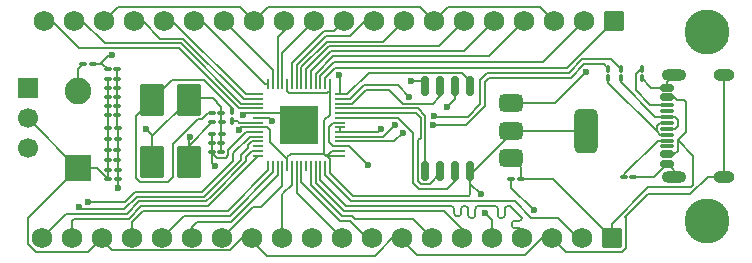
<source format=gbr>
%TF.GenerationSoftware,KiCad,Pcbnew,9.0.6*%
%TF.CreationDate,2025-11-29T13:07:23-06:00*%
%TF.ProjectId,Tony's devboard,546f6e79-2773-4206-9465-76626f617264,rev?*%
%TF.SameCoordinates,Original*%
%TF.FileFunction,Copper,L1,Top*%
%TF.FilePolarity,Positive*%
%FSLAX46Y46*%
G04 Gerber Fmt 4.6, Leading zero omitted, Abs format (unit mm)*
G04 Created by KiCad (PCBNEW 9.0.6) date 2025-11-29 13:07:23*
%MOMM*%
%LPD*%
G01*
G04 APERTURE LIST*
G04 Aperture macros list*
%AMRoundRect*
0 Rectangle with rounded corners*
0 $1 Rounding radius*
0 $2 $3 $4 $5 $6 $7 $8 $9 X,Y pos of 4 corners*
0 Add a 4 corners polygon primitive as box body*
4,1,4,$2,$3,$4,$5,$6,$7,$8,$9,$2,$3,0*
0 Add four circle primitives for the rounded corners*
1,1,$1+$1,$2,$3*
1,1,$1+$1,$4,$5*
1,1,$1+$1,$6,$7*
1,1,$1+$1,$8,$9*
0 Add four rect primitives between the rounded corners*
20,1,$1+$1,$2,$3,$4,$5,0*
20,1,$1+$1,$4,$5,$6,$7,0*
20,1,$1+$1,$6,$7,$8,$9,0*
20,1,$1+$1,$8,$9,$2,$3,0*%
G04 Aperture macros list end*
%TA.AperFunction,SMDPad,CuDef*%
%ADD10RoundRect,0.100000X-0.217500X-0.100000X0.217500X-0.100000X0.217500X0.100000X-0.217500X0.100000X0*%
%TD*%
%TA.AperFunction,SMDPad,CuDef*%
%ADD11RoundRect,0.100000X0.217500X0.100000X-0.217500X0.100000X-0.217500X-0.100000X0.217500X-0.100000X0*%
%TD*%
%TA.AperFunction,ComponentPad*%
%ADD12RoundRect,0.250000X0.620000X0.620000X-0.620000X0.620000X-0.620000X-0.620000X0.620000X-0.620000X0*%
%TD*%
%TA.AperFunction,ComponentPad*%
%ADD13C,1.740000*%
%TD*%
%TA.AperFunction,SMDPad,CuDef*%
%ADD14RoundRect,0.375000X-0.625000X-0.375000X0.625000X-0.375000X0.625000X0.375000X-0.625000X0.375000X0*%
%TD*%
%TA.AperFunction,SMDPad,CuDef*%
%ADD15RoundRect,0.500000X-0.500000X-1.400000X0.500000X-1.400000X0.500000X1.400000X-0.500000X1.400000X0*%
%TD*%
%TA.AperFunction,SMDPad,CuDef*%
%ADD16RoundRect,0.100000X0.100000X-0.217500X0.100000X0.217500X-0.100000X0.217500X-0.100000X-0.217500X0*%
%TD*%
%TA.AperFunction,SMDPad,CuDef*%
%ADD17RoundRect,0.150000X0.425000X-0.150000X0.425000X0.150000X-0.425000X0.150000X-0.425000X-0.150000X0*%
%TD*%
%TA.AperFunction,SMDPad,CuDef*%
%ADD18RoundRect,0.075000X0.500000X-0.075000X0.500000X0.075000X-0.500000X0.075000X-0.500000X-0.075000X0*%
%TD*%
%TA.AperFunction,HeatsinkPad*%
%ADD19O,2.100000X1.000000*%
%TD*%
%TA.AperFunction,HeatsinkPad*%
%ADD20O,1.800000X1.000000*%
%TD*%
%TA.AperFunction,ComponentPad*%
%ADD21R,1.700000X1.700000*%
%TD*%
%TA.AperFunction,ComponentPad*%
%ADD22C,1.700000*%
%TD*%
%TA.AperFunction,ComponentPad*%
%ADD23C,2.600000*%
%TD*%
%TA.AperFunction,ConnectorPad*%
%ADD24C,3.800000*%
%TD*%
%TA.AperFunction,ComponentPad*%
%ADD25R,2.250000X2.250000*%
%TD*%
%TA.AperFunction,ComponentPad*%
%ADD26C,2.250000*%
%TD*%
%TA.AperFunction,SMDPad,CuDef*%
%ADD27RoundRect,0.050000X-0.050000X0.387500X-0.050000X-0.387500X0.050000X-0.387500X0.050000X0.387500X0*%
%TD*%
%TA.AperFunction,SMDPad,CuDef*%
%ADD28RoundRect,0.050000X-0.387500X0.050000X-0.387500X-0.050000X0.387500X-0.050000X0.387500X0.050000X0*%
%TD*%
%TA.AperFunction,HeatsinkPad*%
%ADD29R,3.200000X3.200000*%
%TD*%
%TA.AperFunction,SMDPad,CuDef*%
%ADD30RoundRect,0.100000X-0.100000X0.217500X-0.100000X-0.217500X0.100000X-0.217500X0.100000X0.217500X0*%
%TD*%
%TA.AperFunction,SMDPad,CuDef*%
%ADD31RoundRect,0.250001X-0.799999X1.099999X-0.799999X-1.099999X0.799999X-1.099999X0.799999X1.099999X0*%
%TD*%
%TA.AperFunction,SMDPad,CuDef*%
%ADD32RoundRect,0.162500X-0.162500X0.650000X-0.162500X-0.650000X0.162500X-0.650000X0.162500X0.650000X0*%
%TD*%
%TA.AperFunction,ViaPad*%
%ADD33C,0.600000*%
%TD*%
%TA.AperFunction,Conductor*%
%ADD34C,0.200000*%
%TD*%
G04 APERTURE END LIST*
D10*
%TO.P,C10,1*%
%TO.N,+1V1*%
X107585000Y-44530000D03*
%TO.P,C10,2*%
%TO.N,GND*%
X108400000Y-44530000D03*
%TD*%
D11*
%TO.P,C9,1*%
%TO.N,+3V3*%
X99562500Y-39880000D03*
%TO.P,C9,2*%
%TO.N,GND*%
X98747500Y-39880000D03*
%TD*%
D12*
%TO.P,J4,1,Pin_1*%
%TO.N,VBUS*%
X141430000Y-53390000D03*
D13*
%TO.P,J4,2,Pin_2*%
%TO.N,GPIO26_ADC3*%
X138890000Y-53390000D03*
%TO.P,J4,3,Pin_3*%
%TO.N,GND*%
X136350000Y-53390000D03*
%TO.P,J4,4,Pin_4*%
%TO.N,GPIO26_ADC2*%
X133810000Y-53390000D03*
%TO.P,J4,5,Pin_5*%
%TO.N,+3V3*%
X131270000Y-53390000D03*
%TO.P,J4,6,Pin_6*%
%TO.N,GPIO26_ADC1*%
X128730000Y-53390000D03*
%TO.P,J4,7,Pin_7*%
%TO.N,GPIO26_ADC0*%
X126190000Y-53390000D03*
%TO.P,J4,8,Pin_8*%
%TO.N,GND*%
X123650000Y-53390000D03*
%TO.P,J4,9,Pin_9*%
%TO.N,GPIO24*%
X121110000Y-53390000D03*
%TO.P,J4,10,Pin_10*%
%TO.N,GPIO23*%
X118570000Y-53390000D03*
%TO.P,J4,11,Pin_11*%
%TO.N,RUN*%
X116030000Y-53390000D03*
%TO.P,J4,12,Pin_12*%
%TO.N,GPIO22*%
X113490000Y-53390000D03*
%TO.P,J4,13,Pin_13*%
%TO.N,GND*%
X110950000Y-53390000D03*
%TO.P,J4,14,Pin_14*%
%TO.N,GPIO21*%
X108410000Y-53390000D03*
%TO.P,J4,15,Pin_15*%
%TO.N,GPIO20*%
X105870000Y-53390000D03*
%TO.P,J4,16,Pin_16*%
%TO.N,GPIO19*%
X103330000Y-53390000D03*
%TO.P,J4,17,Pin_17*%
%TO.N,GPIO18*%
X100790000Y-53390000D03*
%TO.P,J4,18,Pin_18*%
%TO.N,GND*%
X98250000Y-53390000D03*
%TO.P,J4,19,Pin_19*%
%TO.N,GPIO17*%
X95710000Y-53390000D03*
%TO.P,J4,20,Pin_20*%
%TO.N,GPIO16*%
X93170000Y-53390000D03*
%TD*%
D11*
%TO.P,C14,1*%
%TO.N,+3V3*%
X99557500Y-42220000D03*
%TO.P,C14,2*%
%TO.N,GND*%
X98742500Y-42220000D03*
%TD*%
%TO.P,C15,1*%
%TO.N,GND*%
X108370000Y-42780000D03*
%TO.P,C15,2*%
%TO.N,Net-(C15-Pad2)*%
X107555000Y-42780000D03*
%TD*%
D14*
%TO.P,U2,1,GND*%
%TO.N,GND*%
X132930000Y-41980000D03*
%TO.P,U2,2,VO*%
%TO.N,+3V3*%
X132930000Y-44280000D03*
D15*
X139230000Y-44280000D03*
D14*
%TO.P,U2,3,VI*%
%TO.N,VBUS*%
X132930000Y-46580000D03*
%TD*%
D10*
%TO.P,C12,1*%
%TO.N,+1V1*%
X107542500Y-46110000D03*
%TO.P,C12,2*%
%TO.N,GND*%
X108357500Y-46110000D03*
%TD*%
D12*
%TO.P,J3,1,Pin_1*%
%TO.N,GPIO0*%
X141620000Y-35000000D03*
D13*
%TO.P,J3,2,Pin_2*%
%TO.N,GPIO1*%
X139080000Y-35000000D03*
%TO.P,J3,3,Pin_3*%
%TO.N,GND*%
X136540000Y-35000000D03*
%TO.P,J3,4,Pin_4*%
%TO.N,GPIO2*%
X134000000Y-35000000D03*
%TO.P,J3,5,Pin_5*%
%TO.N,GPIO3*%
X131460000Y-35000000D03*
%TO.P,J3,6,Pin_6*%
%TO.N,GPIO4*%
X128920000Y-35000000D03*
%TO.P,J3,7,Pin_7*%
%TO.N,GND*%
X126380000Y-35000000D03*
%TO.P,J3,8,Pin_8*%
%TO.N,GPIO5*%
X123840000Y-35000000D03*
%TO.P,J3,9,Pin_9*%
%TO.N,GPIO6*%
X121300000Y-35000000D03*
%TO.P,J3,10,Pin_10*%
%TO.N,GPIO7*%
X118760000Y-35000000D03*
%TO.P,J3,11,Pin_11*%
%TO.N,GPIO8*%
X116220000Y-35000000D03*
%TO.P,J3,12,Pin_12*%
%TO.N,GPIO9*%
X113680000Y-35000000D03*
%TO.P,J3,13,Pin_13*%
%TO.N,GND*%
X111140000Y-35000000D03*
%TO.P,J3,14,Pin_14*%
%TO.N,GPIO10*%
X108600000Y-35000000D03*
%TO.P,J3,15,Pin_15*%
%TO.N,GPIO11*%
X106060000Y-35000000D03*
%TO.P,J3,16,Pin_16*%
%TO.N,GPIO12*%
X103520000Y-35000000D03*
%TO.P,J3,17,Pin_17*%
%TO.N,GPIO13*%
X100980000Y-35000000D03*
%TO.P,J3,18,Pin_18*%
%TO.N,GND*%
X98440000Y-35000000D03*
%TO.P,J3,19,Pin_19*%
%TO.N,GPIO14*%
X95900000Y-35000000D03*
%TO.P,J3,20,Pin_20*%
%TO.N,GPIO15*%
X93360000Y-35000000D03*
%TD*%
D16*
%TO.P,R3,1*%
%TO.N,USB_D+*%
X142200000Y-39860000D03*
%TO.P,R3,2*%
%TO.N,Net-(U1-USB_DP)*%
X142200000Y-39045000D03*
%TD*%
D11*
%TO.P,C13,1*%
%TO.N,VBUS*%
X133755000Y-48400000D03*
%TO.P,C13,2*%
%TO.N,GND*%
X132940000Y-48400000D03*
%TD*%
%TO.P,C3,1*%
%TO.N,+3V3*%
X99562500Y-45950000D03*
%TO.P,C3,2*%
%TO.N,GND*%
X98747500Y-45950000D03*
%TD*%
D17*
%TO.P,J1,A1,GND*%
%TO.N,GND*%
X146140000Y-47070000D03*
%TO.P,J1,A4,VBUS*%
%TO.N,VBUS*%
X146140000Y-46270000D03*
D18*
%TO.P,J1,A5,CC1*%
%TO.N,Net-(J1-CC1)*%
X146140000Y-45120000D03*
%TO.P,J1,A6,D+*%
%TO.N,USB_D+*%
X146140000Y-44120000D03*
%TO.P,J1,A7,D-*%
%TO.N,USB_D-*%
X146140000Y-43620000D03*
%TO.P,J1,A8*%
%TO.N,N/C*%
X146140000Y-42620000D03*
D17*
%TO.P,J1,A9,VBUS*%
%TO.N,VBUS*%
X146140000Y-41470000D03*
%TO.P,J1,A12,GND*%
%TO.N,GND*%
X146140000Y-40670000D03*
%TO.P,J1,B1,GND*%
X146140000Y-40670000D03*
%TO.P,J1,B4,VBUS*%
%TO.N,VBUS*%
X146140000Y-41470000D03*
D18*
%TO.P,J1,B5,CC2*%
%TO.N,Net-(J1-CC2)*%
X146140000Y-42120000D03*
%TO.P,J1,B6,D+*%
%TO.N,USB_D+*%
X146140000Y-43120000D03*
%TO.P,J1,B7,D-*%
%TO.N,USB_D-*%
X146140000Y-44620000D03*
%TO.P,J1,B8*%
%TO.N,N/C*%
X146140000Y-45620000D03*
D17*
%TO.P,J1,B9,VBUS*%
%TO.N,VBUS*%
X146140000Y-46270000D03*
%TO.P,J1,B12,GND*%
%TO.N,GND*%
X146140000Y-47070000D03*
D19*
%TO.P,J1,S1,SHIELD*%
X146715000Y-48190000D03*
D20*
X150895000Y-48190000D03*
D19*
X146715000Y-39550000D03*
D20*
X150895000Y-39550000D03*
%TD*%
D10*
%TO.P,R7,1*%
%TO.N,QSPI_SS*%
X98755000Y-39100000D03*
%TO.P,R7,2*%
%TO.N,+3V3*%
X99570000Y-39100000D03*
%TD*%
D21*
%TO.P,J2,1,Pin_1*%
%TO.N,SWCLK*%
X92000000Y-40710000D03*
D22*
%TO.P,J2,2,Pin_2*%
%TO.N,GND*%
X92000000Y-43250000D03*
%TO.P,J2,3,Pin_3*%
%TO.N,SWD*%
X92000000Y-45790000D03*
%TD*%
D10*
%TO.P,R6,1*%
%TO.N,Net-(R6-Pad1)*%
X96665000Y-38650000D03*
%TO.P,R6,2*%
%TO.N,QSPI_SS*%
X97480000Y-38650000D03*
%TD*%
D23*
%TO.P,REF\u002A\u002A,1*%
%TO.N,N/C*%
X149500000Y-51920000D03*
D24*
X149500000Y-51920000D03*
%TD*%
D11*
%TO.P,C4,1*%
%TO.N,+3V3*%
X99582500Y-44980000D03*
%TO.P,C4,2*%
%TO.N,GND*%
X98767500Y-44980000D03*
%TD*%
D25*
%TO.P,SW1,1,1*%
%TO.N,GND*%
X96220000Y-47440000D03*
D26*
%TO.P,SW1,2,2*%
%TO.N,Net-(R6-Pad1)*%
X96220000Y-40940000D03*
%TD*%
D11*
%TO.P,C8,1*%
%TO.N,+3V3*%
X99572500Y-40670000D03*
%TO.P,C8,2*%
%TO.N,GND*%
X98757500Y-40670000D03*
%TD*%
%TO.P,C5,1*%
%TO.N,+3V3*%
X99587500Y-44070000D03*
%TO.P,C5,2*%
%TO.N,GND*%
X98772500Y-44070000D03*
%TD*%
D27*
%TO.P,U1,1,IOVDD*%
%TO.N,+3V3*%
X117550000Y-40362500D03*
%TO.P,U1,2,GPIO0*%
%TO.N,GPIO0*%
X117150000Y-40362500D03*
%TO.P,U1,3,GPIO1*%
%TO.N,GPIO1*%
X116750000Y-40362500D03*
%TO.P,U1,4,GPIO2*%
%TO.N,GPIO2*%
X116350000Y-40362500D03*
%TO.P,U1,5,GPIO3*%
%TO.N,GPIO3*%
X115950000Y-40362500D03*
%TO.P,U1,6,GPIO4*%
%TO.N,GPIO4*%
X115550000Y-40362500D03*
%TO.P,U1,7,GPIO5*%
%TO.N,GPIO5*%
X115150000Y-40362500D03*
%TO.P,U1,8,GPIO6*%
%TO.N,GPIO6*%
X114750000Y-40362500D03*
%TO.P,U1,9,GPIO7*%
%TO.N,GPIO7*%
X114350000Y-40362500D03*
%TO.P,U1,10,IOVDD*%
%TO.N,+3V3*%
X113950000Y-40362500D03*
%TO.P,U1,11,GPIO8*%
%TO.N,GPIO8*%
X113550000Y-40362500D03*
%TO.P,U1,12,GPIO9*%
%TO.N,GPIO9*%
X113150000Y-40362500D03*
%TO.P,U1,13,GPIO10*%
%TO.N,GPIO10*%
X112750000Y-40362500D03*
%TO.P,U1,14,GPIO11*%
%TO.N,GPIO11*%
X112350000Y-40362500D03*
D28*
%TO.P,U1,15,GPIO12*%
%TO.N,GPIO12*%
X111512500Y-41200000D03*
%TO.P,U1,16,GPIO13*%
%TO.N,GPIO13*%
X111512500Y-41600000D03*
%TO.P,U1,17,GPIO14*%
%TO.N,GPIO14*%
X111512500Y-42000000D03*
%TO.P,U1,18,GPIO15*%
%TO.N,GPIO15*%
X111512500Y-42400000D03*
%TO.P,U1,19,TESTEN*%
%TO.N,GND*%
X111512500Y-42800000D03*
%TO.P,U1,20,XIN*%
%TO.N,XIN*%
X111512500Y-43200000D03*
%TO.P,U1,21,XOUT*%
%TO.N,XOUT*%
X111512500Y-43600000D03*
%TO.P,U1,22,IOVDD*%
%TO.N,+3V3*%
X111512500Y-44000000D03*
%TO.P,U1,23,DVDD*%
%TO.N,+1V1*%
X111512500Y-44400000D03*
%TO.P,U1,24,SWCLK*%
%TO.N,SWCLK*%
X111512500Y-44800000D03*
%TO.P,U1,25,SWD*%
%TO.N,SWD*%
X111512500Y-45200000D03*
%TO.P,U1,26,RUN*%
%TO.N,unconnected-(U1-RUN-Pad26)*%
X111512500Y-45600000D03*
%TO.P,U1,27,GPIO16*%
%TO.N,GPIO16*%
X111512500Y-46000000D03*
%TO.P,U1,28,GPIO17*%
%TO.N,GPIO17*%
X111512500Y-46400000D03*
D27*
%TO.P,U1,29,GPIO18*%
%TO.N,GPIO18*%
X112350000Y-47237500D03*
%TO.P,U1,30,GPIO19*%
%TO.N,GPIO19*%
X112750000Y-47237500D03*
%TO.P,U1,31,GPIO20*%
%TO.N,GPIO20*%
X113150000Y-47237500D03*
%TO.P,U1,32,GPIO21*%
%TO.N,GPIO21*%
X113550000Y-47237500D03*
%TO.P,U1,33,IOVDD*%
%TO.N,+3V3*%
X113950000Y-47237500D03*
%TO.P,U1,34,GPIO22*%
%TO.N,GPIO22*%
X114350000Y-47237500D03*
%TO.P,U1,35,GPIO23*%
%TO.N,GPIO23*%
X114750000Y-47237500D03*
%TO.P,U1,36,GPIO24*%
%TO.N,GPIO24*%
X115150000Y-47237500D03*
%TO.P,U1,37,GPIO25*%
%TO.N,unconnected-(U1-GPIO25-Pad37)*%
X115550000Y-47237500D03*
%TO.P,U1,38,GPIO26_ADC0*%
%TO.N,GPIO26_ADC0*%
X115950000Y-47237500D03*
%TO.P,U1,39,GPIO27_ADC1*%
%TO.N,GPIO26_ADC1*%
X116350000Y-47237500D03*
%TO.P,U1,40,GPIO28_ADC2*%
%TO.N,GPIO26_ADC2*%
X116750000Y-47237500D03*
%TO.P,U1,41,GPIO29_ADC3*%
%TO.N,GPIO26_ADC3*%
X117150000Y-47237500D03*
%TO.P,U1,42,IOVDD*%
%TO.N,+3V3*%
X117550000Y-47237500D03*
D28*
%TO.P,U1,43,ADC_AVDD*%
X118387500Y-46400000D03*
%TO.P,U1,44,VREG_IN*%
X118387500Y-46000000D03*
%TO.P,U1,45,VREG_VOUT*%
%TO.N,+1V1*%
X118387500Y-45600000D03*
%TO.P,U1,46,USB_DM*%
%TO.N,Net-(U1-USB_DM)*%
X118387500Y-45200000D03*
%TO.P,U1,47,USB_DP*%
%TO.N,Net-(U1-USB_DP)*%
X118387500Y-44800000D03*
%TO.P,U1,48,USB_VDD*%
%TO.N,+3V3*%
X118387500Y-44400000D03*
%TO.P,U1,49,IOVDD*%
X118387500Y-44000000D03*
%TO.P,U1,50,DVDD*%
%TO.N,+1V1*%
X118387500Y-43600000D03*
%TO.P,U1,51,QSPI_SD3*%
%TO.N,QSPI_SD3*%
X118387500Y-43200000D03*
%TO.P,U1,52,QSPI_SCLK*%
%TO.N,QSPI_SLK*%
X118387500Y-42800000D03*
%TO.P,U1,53,QSPI_SD0*%
%TO.N,QSPI_SD0*%
X118387500Y-42400000D03*
%TO.P,U1,54,QSPI_SD2*%
%TO.N,QSPI_SD2*%
X118387500Y-42000000D03*
%TO.P,U1,55,QSPI_SD1*%
%TO.N,QSPI_SD1*%
X118387500Y-41600000D03*
%TO.P,U1,56,QSPI_SS*%
%TO.N,QSPI_SS*%
X118387500Y-41200000D03*
D29*
%TO.P,U1,57,GND*%
%TO.N,GND*%
X114950000Y-43800000D03*
%TD*%
D30*
%TO.P,R2,1*%
%TO.N,Net-(J1-CC2)*%
X143950000Y-39045000D03*
%TO.P,R2,2*%
%TO.N,GND*%
X143950000Y-39860000D03*
%TD*%
D31*
%TO.P,Y1,1,1*%
%TO.N,Net-(C15-Pad2)*%
X102530000Y-41670000D03*
%TO.P,Y1,2,2*%
%TO.N,GND*%
X102530000Y-46970000D03*
%TO.P,Y1,3,3*%
%TO.N,XIN*%
X105630000Y-46970000D03*
%TO.P,Y1,4,4*%
%TO.N,GND*%
X105630000Y-41670000D03*
%TD*%
D23*
%TO.P,REF\u002A\u002A,1*%
%TO.N,N/C*%
X149500000Y-35940000D03*
D24*
X149500000Y-35940000D03*
%TD*%
D11*
%TO.P,C1,1*%
%TO.N,+3V3*%
X99622500Y-47630000D03*
%TO.P,C1,2*%
%TO.N,GND*%
X98807500Y-47630000D03*
%TD*%
%TO.P,C6,1*%
%TO.N,+3V3*%
X99562500Y-42970000D03*
%TO.P,C6,2*%
%TO.N,GND*%
X98747500Y-42970000D03*
%TD*%
%TO.P,C17,1*%
%TO.N,+3V3*%
X99617500Y-48400000D03*
%TO.P,C17,2*%
%TO.N,GND*%
X98802500Y-48400000D03*
%TD*%
D10*
%TO.P,R1,1*%
%TO.N,Net-(J1-CC1)*%
X142450000Y-48190000D03*
%TO.P,R1,2*%
%TO.N,GND*%
X143265000Y-48190000D03*
%TD*%
D11*
%TO.P,C16,1*%
%TO.N,GND*%
X108415000Y-43580000D03*
%TO.P,C16,2*%
%TO.N,XIN*%
X107600000Y-43580000D03*
%TD*%
%TO.P,C2,1*%
%TO.N,+3V3*%
X99570000Y-46780000D03*
%TO.P,C2,2*%
%TO.N,GND*%
X98755000Y-46780000D03*
%TD*%
D10*
%TO.P,C11,1*%
%TO.N,+1V1*%
X107560000Y-45300000D03*
%TO.P,C11,2*%
%TO.N,GND*%
X108375000Y-45300000D03*
%TD*%
D11*
%TO.P,C7,1*%
%TO.N,+3V3*%
X99567500Y-41430000D03*
%TO.P,C7,2*%
%TO.N,GND*%
X98752500Y-41430000D03*
%TD*%
D30*
%TO.P,R5,1*%
%TO.N,Net-(C15-Pad2)*%
X109250000Y-42662500D03*
%TO.P,R5,2*%
%TO.N,XOUT*%
X109250000Y-43477500D03*
%TD*%
D32*
%TO.P,U3,1,~{CS}*%
%TO.N,QSPI_SS*%
X129465000Y-40532500D03*
%TO.P,U3,2,DO/IO_{1}*%
%TO.N,QSPI_SD1*%
X128195000Y-40532500D03*
%TO.P,U3,3,~{WP}/IO_{2}*%
%TO.N,QSPI_SD2*%
X126925000Y-40532500D03*
%TO.P,U3,4,GND*%
%TO.N,GND*%
X125655000Y-40532500D03*
%TO.P,U3,5,DI/IO_{0}*%
%TO.N,QSPI_SD0*%
X125655000Y-47707500D03*
%TO.P,U3,6,CLK*%
%TO.N,QSPI_SLK*%
X126925000Y-47707500D03*
%TO.P,U3,7,~{HOLD}/~{RESET}/IO_{3}*%
%TO.N,QSPI_SD3*%
X128195000Y-47707500D03*
%TO.P,U3,8,VCC*%
%TO.N,+3V3*%
X129465000Y-47707500D03*
%TD*%
D16*
%TO.P,R4,1*%
%TO.N,USB_D-*%
X141150000Y-39847500D03*
%TO.P,R4,2*%
%TO.N,Net-(U1-USB_DM)*%
X141150000Y-39032500D03*
%TD*%
D33*
%TO.N,+3V3*%
X121921103Y-44131103D03*
X109827211Y-44214260D03*
X99600000Y-49120000D03*
X130680000Y-51280000D03*
X130400000Y-49650000D03*
%TO.N,GND*%
X110230000Y-43000000D03*
X124460000Y-40120000D03*
X101990000Y-44130000D03*
X139282815Y-39319915D03*
X134824265Y-51015735D03*
%TO.N,+1V1*%
X120780000Y-47210000D03*
X107830000Y-47290000D03*
%TO.N,XIN*%
X105719765Y-44819765D03*
X112650000Y-43470000D03*
%TO.N,SWD*%
X96300000Y-50717900D03*
%TO.N,SWCLK*%
X97120000Y-50316900D03*
%TO.N,Net-(U1-USB_DP)*%
X123100735Y-43800000D03*
X126400000Y-43050000D03*
%TO.N,Net-(U1-USB_DM)*%
X123760735Y-44449265D03*
X126276498Y-43840412D03*
%TO.N,QSPI_SS*%
X118350000Y-39600000D03*
X99080000Y-37907000D03*
%TO.N,QSPI_SD1*%
X127510000Y-42270000D03*
X124260000Y-41400000D03*
%TD*%
D34*
%TO.N,+3V3*%
X117750000Y-46000000D02*
X117298887Y-46451113D01*
X99617500Y-48400000D02*
X99617500Y-49102500D01*
X99587500Y-44070000D02*
X99587500Y-48370000D01*
X99562500Y-42970000D02*
X99562500Y-44045000D01*
X129465000Y-49684000D02*
X129300000Y-49849000D01*
X114250000Y-46250000D02*
X117097774Y-46250000D01*
X117099000Y-43411000D02*
X117099000Y-46251226D01*
X99587500Y-48370000D02*
X99617500Y-48400000D01*
X110041471Y-44000000D02*
X109827211Y-44214260D01*
X129465000Y-47707500D02*
X129465000Y-48790000D01*
X113950000Y-40362500D02*
X113950000Y-40940000D01*
X117350000Y-46400000D02*
X117298887Y-46451113D01*
X132930000Y-44280000D02*
X139230000Y-44280000D01*
X113950000Y-46750000D02*
X113950000Y-46550000D01*
X117550000Y-40897774D02*
X117550000Y-40362500D01*
X132930000Y-44550000D02*
X132930000Y-44280000D01*
X117317774Y-41130000D02*
X117550000Y-40897774D01*
X99572500Y-40670000D02*
X99572500Y-41425000D01*
X99570000Y-39100000D02*
X99570000Y-40667500D01*
X129465000Y-48790000D02*
X129465000Y-49684000D01*
X131270000Y-53390000D02*
X131270000Y-51870000D01*
X112250000Y-44000000D02*
X112500000Y-44250000D01*
X117550000Y-46702226D02*
X117298887Y-46451113D01*
X99562500Y-42225000D02*
X99557500Y-42220000D01*
X113950000Y-40940000D02*
X114140000Y-41130000D01*
X117550000Y-40362500D02*
X117550000Y-42960000D01*
X99567500Y-41430000D02*
X99567500Y-42210000D01*
X112500000Y-45250000D02*
X113950000Y-46700000D01*
X99570000Y-40667500D02*
X99572500Y-40670000D01*
X117099000Y-46251226D02*
X117298887Y-46451113D01*
X129300000Y-49849000D02*
X119486100Y-49849000D01*
X99562500Y-44045000D02*
X99587500Y-44070000D01*
X99562500Y-42970000D02*
X99562500Y-42225000D01*
X118387500Y-46000000D02*
X117750000Y-46000000D01*
X117097774Y-46250000D02*
X117551000Y-46703226D01*
X111512500Y-44000000D02*
X112250000Y-44000000D01*
X118387500Y-46400000D02*
X117350000Y-46400000D01*
X99617500Y-49102500D02*
X99600000Y-49120000D01*
X131270000Y-51870000D02*
X130680000Y-51280000D01*
X118387500Y-44400000D02*
X118387500Y-44000000D01*
X118387500Y-44400000D02*
X121652206Y-44400000D01*
X113950000Y-47237500D02*
X113950000Y-46750000D01*
X113950000Y-46700000D02*
X113950000Y-46750000D01*
X117550000Y-47912900D02*
X117550000Y-47237500D01*
X111512500Y-44000000D02*
X110041471Y-44000000D01*
X129465000Y-47707500D02*
X129772500Y-47707500D01*
X130400000Y-49650000D02*
X130325000Y-49650000D01*
X117550000Y-47237500D02*
X117550000Y-46702226D01*
X114140000Y-41130000D02*
X117317774Y-41130000D01*
X99567500Y-42210000D02*
X99557500Y-42220000D01*
X113950000Y-46550000D02*
X114250000Y-46250000D01*
X121652206Y-44400000D02*
X121921103Y-44131103D01*
X117298887Y-46451113D02*
X117097774Y-46250000D01*
X119486100Y-49849000D02*
X117550000Y-47912900D01*
X112500000Y-44250000D02*
X112500000Y-45250000D01*
X99572500Y-41425000D02*
X99567500Y-41430000D01*
X129772500Y-47707500D02*
X132930000Y-44550000D01*
X130325000Y-49650000D02*
X129465000Y-48790000D01*
X117550000Y-42960000D02*
X117099000Y-43411000D01*
%TO.N,GND*%
X107639000Y-41499000D02*
X105801000Y-41499000D01*
X145020000Y-48190000D02*
X146140000Y-47070000D01*
X98747500Y-39880000D02*
X98747500Y-40660000D01*
X98772500Y-44975000D02*
X98767500Y-44980000D01*
X112262500Y-54860000D02*
X121362500Y-54860000D01*
X96220000Y-47440000D02*
X97842500Y-47440000D01*
X98752500Y-42210000D02*
X98742500Y-42220000D01*
X144503550Y-49653550D02*
X148093550Y-49653550D01*
X150895000Y-48190000D02*
X150895000Y-39550000D01*
X98802500Y-48400000D02*
X98802500Y-47635000D01*
X125209000Y-33829000D02*
X126380000Y-35000000D01*
X98757500Y-41425000D02*
X98752500Y-41430000D01*
X102530000Y-44670000D02*
X101990000Y-44130000D01*
X97079000Y-54561000D02*
X98250000Y-53390000D01*
X111512500Y-42800000D02*
X113950000Y-42800000D01*
X121362500Y-54860000D02*
X123162500Y-53060000D01*
X137521000Y-54561000D02*
X142285160Y-54561000D01*
X110430000Y-42800000D02*
X111512500Y-42800000D01*
X146140000Y-40125000D02*
X146715000Y-39550000D01*
X102530000Y-46970000D02*
X102530000Y-44670000D01*
X146140000Y-40670000D02*
X144760000Y-40670000D01*
X112311000Y-33829000D02*
X125209000Y-33829000D01*
X146715000Y-48190000D02*
X146715000Y-47645000D01*
X97762500Y-53060000D02*
X99092500Y-54390000D01*
X96220000Y-47440000D02*
X96190000Y-47440000D01*
X132940000Y-48400000D02*
X132940000Y-49131470D01*
X144760000Y-40670000D02*
X143950000Y-39860000D01*
X108357500Y-46110000D02*
X108357500Y-42267500D01*
X98747500Y-45000000D02*
X98767500Y-44980000D01*
X135369000Y-33829000D02*
X136540000Y-35000000D01*
X110230000Y-43000000D02*
X110430000Y-42800000D01*
X98807500Y-47630000D02*
X98807500Y-46832500D01*
X146140000Y-40670000D02*
X146140000Y-40125000D01*
X99092500Y-54390000D02*
X109132500Y-54390000D01*
X136622730Y-41980000D02*
X139282815Y-39319915D01*
X136350000Y-53390000D02*
X137521000Y-54561000D01*
X97842500Y-47440000D02*
X98802500Y-48400000D01*
X111140000Y-35000000D02*
X109969000Y-33829000D01*
X98802500Y-47635000D02*
X98807500Y-47630000D01*
X98747500Y-42970000D02*
X98747500Y-44045000D01*
X132940000Y-49131470D02*
X134824265Y-51015735D01*
X107980000Y-41880000D02*
X107980000Y-41840000D01*
X142601000Y-54245160D02*
X142601000Y-51581000D01*
X98755000Y-45957500D02*
X98747500Y-45950000D01*
X148093550Y-49653550D02*
X149557100Y-48190000D01*
X98755000Y-46780000D02*
X98755000Y-45957500D01*
X126380000Y-35000000D02*
X127551000Y-33829000D01*
X107980000Y-41840000D02*
X107639000Y-41499000D01*
X91999000Y-51661000D02*
X91999000Y-53875045D01*
X146715000Y-47645000D02*
X146140000Y-47070000D01*
X110462500Y-53060000D02*
X112262500Y-54860000D01*
X98742500Y-42220000D02*
X98742500Y-42965000D01*
X91999000Y-53875045D02*
X92684955Y-54561000D01*
X96220000Y-47440000D02*
X91999000Y-51661000D01*
X124460000Y-40120000D02*
X125242500Y-40120000D01*
X92684955Y-54561000D02*
X97079000Y-54561000D01*
X98757500Y-40670000D02*
X98757500Y-41425000D01*
X149557100Y-48190000D02*
X150895000Y-48190000D01*
X98747500Y-40660000D02*
X98757500Y-40670000D01*
X98742500Y-42965000D02*
X98747500Y-42970000D01*
X108030000Y-41930000D02*
X107980000Y-41880000D01*
X102530000Y-44770000D02*
X105630000Y-41670000D01*
X98752500Y-41430000D02*
X98752500Y-42210000D01*
X99611000Y-33829000D02*
X98440000Y-35000000D01*
X127551000Y-33829000D02*
X135369000Y-33829000D01*
X98772500Y-44070000D02*
X98772500Y-44975000D01*
X108030000Y-41940000D02*
X108030000Y-41930000D01*
X142588550Y-51568550D02*
X144503550Y-49653550D01*
X102530000Y-46970000D02*
X102530000Y-44770000D01*
X98747500Y-45950000D02*
X98747500Y-45000000D01*
X134092500Y-54830000D02*
X135862500Y-53060000D01*
X123162500Y-53060000D02*
X124932500Y-54830000D01*
X98747500Y-44045000D02*
X98772500Y-44070000D01*
X108357500Y-42267500D02*
X108030000Y-41940000D01*
X143265000Y-48190000D02*
X145020000Y-48190000D01*
X105801000Y-41499000D02*
X105630000Y-41670000D01*
X132930000Y-41980000D02*
X136622730Y-41980000D01*
X125242500Y-40120000D02*
X125655000Y-40532500D01*
X96190000Y-47440000D02*
X92000000Y-43250000D01*
X113950000Y-42800000D02*
X114950000Y-43800000D01*
X109969000Y-33829000D02*
X99611000Y-33829000D01*
X111140000Y-35000000D02*
X112311000Y-33829000D01*
X142285160Y-54561000D02*
X142601000Y-54245160D01*
X98807500Y-46832500D02*
X98755000Y-46780000D01*
X109132500Y-54390000D02*
X110462500Y-53060000D01*
X124932500Y-54830000D02*
X134092500Y-54830000D01*
X142601000Y-51581000D02*
X142588550Y-51568550D01*
%TO.N,+1V1*%
X108976000Y-46378870D02*
X108976000Y-45914000D01*
X118387500Y-45600000D02*
X117850000Y-45600000D01*
X118387500Y-43600000D02*
X117852226Y-43600000D01*
X107739000Y-46360000D02*
X107739000Y-46378870D01*
X107542500Y-46182370D02*
X107720130Y-46360000D01*
X117850000Y-45600000D02*
X117500000Y-45250000D01*
X119180000Y-45600000D02*
X119280000Y-45700000D01*
X117500000Y-43952226D02*
X117852226Y-43600000D01*
X117500000Y-45250000D02*
X117500000Y-43952226D01*
X107971130Y-46611000D02*
X108743870Y-46611000D01*
X117852226Y-43600000D02*
X117853226Y-43599000D01*
X107542500Y-46110000D02*
X107542500Y-46182370D01*
X119280000Y-45710000D02*
X120780000Y-47210000D01*
X108976000Y-45914000D02*
X110490000Y-44400000D01*
X108743870Y-46611000D02*
X108976000Y-46378870D01*
X118387500Y-45600000D02*
X119180000Y-45600000D01*
X110490000Y-44400000D02*
X111512500Y-44400000D01*
X107720130Y-46360000D02*
X107739000Y-46360000D01*
X107542500Y-46110000D02*
X107542500Y-44572500D01*
X107542500Y-44572500D02*
X107585000Y-44530000D01*
X107830000Y-47290000D02*
X107542500Y-47002500D01*
X107739000Y-46378870D02*
X107971130Y-46611000D01*
X107542500Y-47002500D02*
X107542500Y-46110000D01*
X119280000Y-45700000D02*
X119280000Y-45710000D01*
%TO.N,VBUS*%
X148320000Y-48860000D02*
X148320000Y-46404000D01*
X148320000Y-46404000D02*
X147016000Y-45100000D01*
X147016000Y-45100000D02*
X147016000Y-45968999D01*
X141430000Y-52160000D02*
X144520000Y-49070000D01*
X148110000Y-49070000D02*
X148320000Y-48860000D01*
X133755000Y-48400000D02*
X133755000Y-47405000D01*
X146714999Y-41470000D02*
X146964999Y-41720000D01*
X133755000Y-48400000D02*
X136440000Y-48400000D01*
X146964999Y-41720000D02*
X147550000Y-41720000D01*
X136440000Y-48400000D02*
X141430000Y-53390000D01*
X147550000Y-41720000D02*
X147710000Y-41880000D01*
X147016000Y-45968999D02*
X146714999Y-46270000D01*
X147710000Y-44406000D02*
X147016000Y-45100000D01*
X146140000Y-41470000D02*
X146714999Y-41470000D01*
X147710000Y-41880000D02*
X147710000Y-44406000D01*
X146714999Y-46270000D02*
X146140000Y-46270000D01*
X144520000Y-49070000D02*
X148110000Y-49070000D01*
X133755000Y-47405000D02*
X132930000Y-46580000D01*
X141430000Y-53390000D02*
X141430000Y-52160000D01*
%TO.N,Net-(C15-Pad2)*%
X107555000Y-42780000D02*
X107237501Y-42780000D01*
X101179000Y-48305160D02*
X101179000Y-43021000D01*
X109250000Y-42345001D02*
X106923999Y-40019000D01*
X106370000Y-43321000D02*
X104250000Y-45441000D01*
X106696501Y-43321000D02*
X106370000Y-43321000D01*
X109250000Y-42662500D02*
X109250000Y-42345001D01*
X104181000Y-40019000D02*
X102530000Y-41670000D01*
X107237501Y-42780000D02*
X106696501Y-43321000D01*
X104250000Y-48240000D02*
X103860000Y-48630000D01*
X101179000Y-43021000D02*
X102530000Y-41670000D01*
X104250000Y-45441000D02*
X104250000Y-48240000D01*
X106923999Y-40019000D02*
X104181000Y-40019000D01*
X103860000Y-48630000D02*
X101503840Y-48630000D01*
X101503840Y-48630000D02*
X101179000Y-48305160D01*
%TO.N,XIN*%
X105630000Y-45550000D02*
X105630000Y-46970000D01*
X112380000Y-43200000D02*
X112650000Y-43470000D01*
X105630000Y-44909530D02*
X105630000Y-46970000D01*
X105719765Y-44819765D02*
X105630000Y-44909530D01*
X111512500Y-43200000D02*
X112380000Y-43200000D01*
X107600000Y-43580000D02*
X105630000Y-45550000D01*
%TO.N,USB_D+*%
X146748824Y-43120000D02*
X147016000Y-43387176D01*
X147016000Y-43852824D02*
X146748824Y-44120000D01*
X146748824Y-44120000D02*
X146140000Y-44120000D01*
X147016000Y-43387176D02*
X147016000Y-43852824D01*
X142200000Y-40197100D02*
X145122900Y-43120000D01*
X146140000Y-43120000D02*
X146748824Y-43120000D01*
X142200000Y-39860000D02*
X142200000Y-40197100D01*
X145122900Y-43120000D02*
X146140000Y-43120000D01*
%TO.N,Net-(J1-CC1)*%
X145320001Y-45120000D02*
X146140000Y-45120000D01*
X142450000Y-47990001D02*
X145320001Y-45120000D01*
X142450000Y-48190000D02*
X142450000Y-47990001D01*
%TO.N,USB_D-*%
X145264000Y-44354000D02*
X145530000Y-44620000D01*
X145531176Y-43620000D02*
X145264000Y-43887176D01*
X141150000Y-40240000D02*
X145264000Y-44354000D01*
X145530000Y-44620000D02*
X146140000Y-44620000D01*
X145264000Y-43887176D02*
X145264000Y-44354000D01*
X141150000Y-39847500D02*
X141150000Y-40240000D01*
X146140000Y-43620000D02*
X145531176Y-43620000D01*
%TO.N,Net-(J1-CC2)*%
X143950000Y-39045000D02*
X143877630Y-39045000D01*
X143449000Y-39473630D02*
X143449000Y-40879000D01*
X143449000Y-40879000D02*
X144690000Y-42120000D01*
X144690000Y-42120000D02*
X146140000Y-42120000D01*
X143877630Y-39045000D02*
X143449000Y-39473630D01*
%TO.N,SWD*%
X101219900Y-49867000D02*
X106263000Y-49867000D01*
X110641450Y-45761450D02*
X110049000Y-46353900D01*
X111512500Y-45200000D02*
X110930000Y-45200000D01*
X100170000Y-50916900D02*
X101219900Y-49867000D01*
X110930000Y-45200000D02*
X110641450Y-45488550D01*
X110641450Y-45488550D02*
X110641450Y-45761450D01*
X106911300Y-49867000D02*
X105710000Y-49867000D01*
X96300000Y-50717900D02*
X96499000Y-50916900D01*
X110049000Y-46353900D02*
X110049000Y-46729300D01*
X110049000Y-46729300D02*
X106911300Y-49867000D01*
X96499000Y-50916900D02*
X100170000Y-50916900D01*
%TO.N,SWCLK*%
X106745200Y-49466000D02*
X101440000Y-49466000D01*
X100202900Y-50316900D02*
X97120000Y-50316900D01*
X106790600Y-49420600D02*
X106745200Y-49466000D01*
X111512500Y-44800000D02*
X110760000Y-44800000D01*
X101053800Y-49466000D02*
X100349900Y-50169900D01*
X100349900Y-50169900D02*
X100202900Y-50316900D01*
X109390000Y-46821200D02*
X106790600Y-49420600D01*
X101440000Y-49466000D02*
X101053800Y-49466000D01*
X110760000Y-44800000D02*
X109390000Y-46170000D01*
X109390000Y-46170000D02*
X109390000Y-46821200D01*
%TO.N,GPIO0*%
X117150000Y-39820000D02*
X117970000Y-39000000D01*
X137620000Y-39000000D02*
X141620000Y-35000000D01*
X117970000Y-39000000D02*
X137620000Y-39000000D01*
X117150000Y-40362500D02*
X117150000Y-39820000D01*
%TO.N,GPIO7*%
X117061000Y-35849000D02*
X117911000Y-35849000D01*
X117911000Y-35849000D02*
X118760000Y-35000000D01*
X114350000Y-40362500D02*
X114350000Y-38560000D01*
X114350000Y-38560000D02*
X117061000Y-35849000D01*
%TO.N,GPIO11*%
X106730000Y-35000000D02*
X106060000Y-35000000D01*
X112092500Y-40362500D02*
X106730000Y-35000000D01*
X112350000Y-40362500D02*
X112092500Y-40362500D01*
%TO.N,GPIO3*%
X117659000Y-37551000D02*
X128909000Y-37551000D01*
X115950000Y-40362500D02*
X115950000Y-39260000D01*
X115950000Y-39260000D02*
X117659000Y-37551000D01*
X128909000Y-37551000D02*
X131460000Y-35000000D01*
%TO.N,GPIO10*%
X112750000Y-39150000D02*
X112750000Y-40362500D01*
X108600000Y-35000000D02*
X112750000Y-39150000D01*
%TO.N,GPIO8*%
X113550000Y-40362500D02*
X113550000Y-37670000D01*
X113550000Y-37670000D02*
X116220000Y-35000000D01*
%TO.N,GPIO6*%
X114750000Y-40362500D02*
X114750000Y-38730000D01*
X120500000Y-35000000D02*
X121300000Y-35000000D01*
X119250000Y-36250000D02*
X120500000Y-35000000D01*
X117230000Y-36250000D02*
X119250000Y-36250000D01*
X114750000Y-38730000D02*
X117230000Y-36250000D01*
%TO.N,GPIO2*%
X116350000Y-39460000D02*
X116350000Y-40362500D01*
X134000000Y-35000000D02*
X131048000Y-37952000D01*
X117858000Y-37952000D02*
X116350000Y-39460000D01*
X131048000Y-37952000D02*
X117858000Y-37952000D01*
%TO.N,GPIO14*%
X96600000Y-35000000D02*
X95900000Y-35000000D01*
X104956000Y-36906000D02*
X98506000Y-36906000D01*
X98506000Y-36906000D02*
X96600000Y-35000000D01*
X110050000Y-42000000D02*
X104956000Y-36906000D01*
X111512500Y-42000000D02*
X110050000Y-42000000D01*
%TO.N,GPIO9*%
X113150000Y-36350000D02*
X113680000Y-35820000D01*
X113150000Y-40362500D02*
X113150000Y-36350000D01*
X113680000Y-35820000D02*
X113680000Y-35000000D01*
%TO.N,GPIO12*%
X111512500Y-41200000D02*
X110420000Y-41200000D01*
X104220000Y-35000000D02*
X103520000Y-35000000D01*
X110420000Y-41200000D02*
X104220000Y-35000000D01*
%TO.N,GPIO4*%
X115550000Y-40362500D02*
X115550000Y-39090000D01*
X115550000Y-39090000D02*
X117490000Y-37150000D01*
X117490000Y-37150000D02*
X126770000Y-37150000D01*
X126770000Y-37150000D02*
X128920000Y-35000000D01*
%TO.N,GPIO15*%
X104787000Y-37307000D02*
X96357000Y-37307000D01*
X109880000Y-42400000D02*
X104787000Y-37307000D01*
X96357000Y-37307000D02*
X94050000Y-35000000D01*
X111512500Y-42400000D02*
X109880000Y-42400000D01*
X94050000Y-35000000D02*
X93360000Y-35000000D01*
%TO.N,GPIO5*%
X115150000Y-38900000D02*
X115150000Y-40362500D01*
X122090000Y-36750000D02*
X117300000Y-36750000D01*
X117300000Y-36750000D02*
X115150000Y-38900000D01*
X123840000Y-35000000D02*
X122090000Y-36750000D01*
%TO.N,GPIO13*%
X110252900Y-41600000D02*
X111512500Y-41600000D01*
X105157900Y-36505000D02*
X110252900Y-41600000D01*
X100980000Y-35000000D02*
X101710000Y-35000000D01*
X103215000Y-36505000D02*
X105157900Y-36505000D01*
X101710000Y-35000000D02*
X103215000Y-36505000D01*
%TO.N,GPIO1*%
X139080000Y-35000000D02*
X135600000Y-38480000D01*
X119530000Y-38480000D02*
X119390000Y-38480000D01*
X135600000Y-38480000D02*
X119530000Y-38480000D01*
X117897100Y-38480000D02*
X119530000Y-38480000D01*
X116750000Y-40362500D02*
X116750000Y-39627100D01*
X116750000Y-39627100D02*
X117897100Y-38480000D01*
%TO.N,GPIO26_ADC0*%
X126190000Y-53390000D02*
X124580000Y-51780000D01*
X124580000Y-51780000D02*
X119677100Y-51780000D01*
X118596100Y-51509000D02*
X115950000Y-48862900D01*
X119406100Y-51509000D02*
X118596100Y-51509000D01*
X115950000Y-48862900D02*
X115950000Y-47237500D01*
X119677100Y-51780000D02*
X119406100Y-51509000D01*
%TO.N,GPIO21*%
X108410000Y-53380000D02*
X108410000Y-53390000D01*
X113550000Y-48930000D02*
X111730000Y-50750000D01*
X113550000Y-47237500D02*
X113550000Y-48930000D01*
X111040000Y-50750000D02*
X108410000Y-53380000D01*
X111730000Y-50750000D02*
X111040000Y-50750000D01*
%TO.N,GPIO24*%
X118430000Y-51910000D02*
X119240000Y-51910000D01*
X120720000Y-53390000D02*
X121110000Y-53390000D01*
X115150000Y-47237500D02*
X115150000Y-48630000D01*
X115150000Y-48630000D02*
X118430000Y-51910000D01*
X119240000Y-51910000D02*
X120720000Y-53390000D01*
%TO.N,GPIO26_ADC1*%
X118740000Y-51080000D02*
X127190000Y-51080000D01*
X128730000Y-52620000D02*
X128730000Y-53390000D01*
X116350000Y-48690000D02*
X118740000Y-51080000D01*
X116350000Y-47237500D02*
X116350000Y-48690000D01*
X127190000Y-51080000D02*
X128730000Y-52620000D01*
%TO.N,GPIO23*%
X114750000Y-49570000D02*
X118570000Y-53390000D01*
X114750000Y-47237500D02*
X114750000Y-49570000D01*
%TO.N,GPIO22*%
X113620000Y-49600000D02*
X113490000Y-49730000D01*
X114350000Y-48870000D02*
X113620000Y-49600000D01*
X114350000Y-47237500D02*
X114350000Y-48870000D01*
X113490000Y-49730000D02*
X113490000Y-53390000D01*
%TO.N,GPIO26_ADC2*%
X133570000Y-51939000D02*
X133200000Y-51939000D01*
X116750000Y-48460000D02*
X118970000Y-50680000D01*
X128317022Y-51530000D02*
X128437022Y-51530000D01*
X132791000Y-50680000D02*
X133710238Y-51599238D01*
X129517022Y-51680000D02*
X129637022Y-51680000D01*
X118970000Y-50680000D02*
X122637022Y-50680000D01*
X133200000Y-52539000D02*
X133570000Y-52539000D01*
X133810000Y-52899000D02*
X133810000Y-53390000D01*
X129877022Y-51440000D02*
X129877022Y-50920000D01*
X116750000Y-47237500D02*
X116750000Y-48460000D01*
X122637022Y-50680000D02*
X127187022Y-50680000D01*
X129277022Y-50920000D02*
X129277022Y-51440000D01*
X132617022Y-50680000D02*
X132737022Y-50680000D01*
X128917022Y-50680000D02*
X129037022Y-50680000D01*
X131777022Y-50920000D02*
X131777022Y-51440000D01*
X130237022Y-50680000D02*
X130887022Y-50680000D01*
X132017022Y-51680000D02*
X132137022Y-51680000D01*
X127187022Y-50680000D02*
X127837022Y-50680000D01*
X130117022Y-50680000D02*
X130237022Y-50680000D01*
X128677022Y-51290000D02*
X128677022Y-50920000D01*
X132377022Y-51440000D02*
X132377022Y-50920000D01*
X132960000Y-52179000D02*
X132960000Y-52299000D01*
X130887022Y-50680000D02*
X131537022Y-50680000D01*
X133810000Y-52779000D02*
X133810000Y-52899000D01*
X132737022Y-50680000D02*
X132791000Y-50680000D01*
X133710238Y-51599238D02*
X133810000Y-51699000D01*
X128077022Y-50920000D02*
X128077022Y-51290000D01*
X129277022Y-51440000D02*
G75*
G03*
X129517022Y-51679978I239978J0D01*
G01*
X132137022Y-51680000D02*
G75*
G03*
X132377000Y-51440000I-22J240000D01*
G01*
X133570000Y-52539000D02*
G75*
G02*
X133810000Y-52779000I0J-240000D01*
G01*
X133200000Y-51939000D02*
G75*
G03*
X132960000Y-52179000I0J-240000D01*
G01*
X132960000Y-52299000D02*
G75*
G03*
X133200000Y-52539000I240000J0D01*
G01*
X132377022Y-50920000D02*
G75*
G02*
X132617022Y-50680022I239978J0D01*
G01*
X133810000Y-51699000D02*
G75*
G02*
X133570000Y-51939000I-240000J0D01*
G01*
X129877022Y-50920000D02*
G75*
G02*
X130117022Y-50680022I239978J0D01*
G01*
X129037022Y-50680000D02*
G75*
G02*
X129277000Y-50920000I-22J-240000D01*
G01*
X129637022Y-51680000D02*
G75*
G03*
X129877000Y-51440000I-22J240000D01*
G01*
X127837022Y-50680000D02*
G75*
G02*
X128077000Y-50920000I-22J-240000D01*
G01*
X131777022Y-51440000D02*
G75*
G03*
X132017022Y-51679978I239978J0D01*
G01*
X131537022Y-50680000D02*
G75*
G02*
X131777000Y-50920000I-22J-240000D01*
G01*
X128677022Y-50920000D02*
G75*
G02*
X128917022Y-50680022I239978J0D01*
G01*
X128437022Y-51530000D02*
G75*
G03*
X128677000Y-51290000I-22J240000D01*
G01*
X128077022Y-51290000D02*
G75*
G03*
X128317022Y-51529978I239978J0D01*
G01*
%TO.N,GPIO19*%
X103330000Y-53390000D02*
X105230000Y-51490000D01*
X112750000Y-47237500D02*
X112750000Y-47820000D01*
X112750000Y-47820000D02*
X109080000Y-51490000D01*
X109080000Y-51490000D02*
X105230000Y-51490000D01*
%TO.N,GPIO18*%
X100790000Y-53390000D02*
X100790000Y-52040000D01*
X108900000Y-51070000D02*
X112350000Y-47620000D01*
X112350000Y-47620000D02*
X112350000Y-47237500D01*
X101760000Y-51070000D02*
X108900000Y-51070000D01*
X100790000Y-52040000D02*
X101760000Y-51070000D01*
%TO.N,GPIO17*%
X95710000Y-51930000D02*
X95910000Y-51730000D01*
X95710000Y-53390000D02*
X95710000Y-51930000D01*
X100532900Y-51730000D02*
X101593900Y-50669000D01*
X101593900Y-50669000D02*
X107243500Y-50669000D01*
X107243500Y-50669000D02*
X111512500Y-46400000D01*
X95910000Y-51730000D02*
X100532900Y-51730000D01*
%TO.N,GPIO20*%
X113150000Y-48050000D02*
X109220000Y-51980000D01*
X113150000Y-47237500D02*
X113150000Y-48050000D01*
X109220000Y-51980000D02*
X106350000Y-51980000D01*
X106350000Y-51980000D02*
X105870000Y-52460000D01*
X105870000Y-52460000D02*
X105870000Y-53390000D01*
%TO.N,GPIO26_ADC3*%
X134610000Y-51650000D02*
X133210000Y-50250000D01*
X138580000Y-53390000D02*
X136840000Y-51650000D01*
X136840000Y-51650000D02*
X134610000Y-51650000D01*
X119320000Y-50250000D02*
X117150000Y-48080000D01*
X138890000Y-53390000D02*
X138580000Y-53390000D01*
X117150000Y-48080000D02*
X117150000Y-47237500D01*
X133210000Y-50250000D02*
X119320000Y-50250000D01*
%TO.N,GPIO16*%
X110450000Y-46520000D02*
X110450000Y-46895400D01*
X93170000Y-53390000D02*
X95242100Y-51317900D01*
X110970000Y-46000000D02*
X111512500Y-46000000D01*
X93170000Y-53390000D02*
X93170000Y-52730000D01*
X110450000Y-46520000D02*
X110970000Y-46000000D01*
X95242100Y-51317900D02*
X100377900Y-51317900D01*
X107077400Y-50268000D02*
X106420000Y-50268000D01*
X107462700Y-49882700D02*
X107077400Y-50268000D01*
X100377900Y-51317900D02*
X101427800Y-50268000D01*
X101427800Y-50268000D02*
X106702000Y-50268000D01*
X110450000Y-46895400D02*
X107462700Y-49882700D01*
%TO.N,Net-(U1-USB_DP)*%
X141405000Y-38250000D02*
X138937100Y-38250000D01*
X130829000Y-39401000D02*
X130270000Y-39960000D01*
X129230000Y-43090000D02*
X126440000Y-43090000D01*
X130270000Y-39960000D02*
X130270000Y-42050000D01*
X123100735Y-43800000D02*
X122100735Y-44800000D01*
X126440000Y-43090000D02*
X126400000Y-43050000D01*
X138937100Y-38250000D02*
X137786100Y-39401000D01*
X122100735Y-44800000D02*
X118387500Y-44800000D01*
X142200000Y-39045000D02*
X141405000Y-38250000D01*
X130270000Y-42050000D02*
X129230000Y-43090000D01*
X137786100Y-39401000D02*
X130829000Y-39401000D01*
%TO.N,Net-(U1-USB_DM)*%
X123010000Y-45200000D02*
X123760735Y-44449265D01*
X130671000Y-42216100D02*
X130671000Y-40126100D01*
X126276498Y-43840412D02*
X129046688Y-43840412D01*
X118387500Y-45200000D02*
X123010000Y-45200000D01*
X140774600Y-38657100D02*
X141150000Y-39032500D01*
X130995100Y-39802000D02*
X137952200Y-39802000D01*
X129046688Y-43840412D02*
X130671000Y-42216100D01*
X130671000Y-40126100D02*
X130995100Y-39802000D01*
X137952200Y-39802000D02*
X139097100Y-38657100D01*
X139097100Y-38657100D02*
X140774600Y-38657100D01*
%TO.N,XOUT*%
X109767500Y-43477500D02*
X109250000Y-43477500D01*
X109910000Y-43620000D02*
X109767500Y-43477500D01*
X111512500Y-43600000D02*
X109930000Y-43600000D01*
X109930000Y-43600000D02*
X109910000Y-43620000D01*
%TO.N,QSPI_SS*%
X99080000Y-37907000D02*
X98883000Y-37907000D01*
X118387500Y-39637500D02*
X118350000Y-39600000D01*
X98883000Y-37907000D02*
X98140000Y-38650000D01*
X129465000Y-40115000D02*
X128751000Y-39401000D01*
X98305000Y-38650000D02*
X98755000Y-39100000D01*
X129465000Y-40532500D02*
X129465000Y-40115000D01*
X98140000Y-38650000D02*
X98305000Y-38650000D01*
X118387500Y-41200000D02*
X118387500Y-39637500D01*
X128751000Y-39401000D02*
X120840000Y-39401000D01*
X97480000Y-38650000D02*
X98140000Y-38650000D01*
X120840000Y-39401000D02*
X119041000Y-41200000D01*
X119041000Y-41200000D02*
X118387500Y-41200000D01*
%TO.N,Net-(R6-Pad1)*%
X96220000Y-39095000D02*
X96665000Y-38650000D01*
X96220000Y-40940000D02*
X96220000Y-39095000D01*
%TO.N,QSPI_SLK*%
X125029000Y-45095000D02*
X125029000Y-48553990D01*
X123424800Y-42800000D02*
X123427800Y-42803000D01*
X124835900Y-42803000D02*
X125254000Y-43221100D01*
X125296010Y-48821000D02*
X126013990Y-48821000D01*
X126013990Y-48821000D02*
X126925000Y-47909990D01*
X123427800Y-42803000D02*
X124835900Y-42803000D01*
X125029000Y-48553990D02*
X125296010Y-48821000D01*
X125254000Y-44870000D02*
X125029000Y-45095000D01*
X118387500Y-42800000D02*
X123424800Y-42800000D01*
X126925000Y-47909990D02*
X126925000Y-47707500D01*
X125254000Y-43221100D02*
X125254000Y-44870000D01*
%TO.N,QSPI_SD1*%
X119280000Y-41600000D02*
X120450000Y-40430000D01*
X123290000Y-40430000D02*
X124260000Y-41400000D01*
X127510000Y-42270000D02*
X128195000Y-41585000D01*
X120450000Y-40430000D02*
X123290000Y-40430000D01*
X118387500Y-41600000D02*
X119280000Y-41600000D01*
X128195000Y-41585000D02*
X128195000Y-40532500D01*
%TO.N,QSPI_SD3*%
X125129910Y-49222000D02*
X127492999Y-49222000D01*
X123360000Y-43200000D02*
X124628000Y-44468000D01*
X128195000Y-48519999D02*
X128195000Y-47707500D01*
X127492999Y-49222000D02*
X128195000Y-48519999D01*
X124628000Y-44468000D02*
X124628000Y-48720090D01*
X124628000Y-48720090D02*
X125129910Y-49222000D01*
X118387500Y-43200000D02*
X123360000Y-43200000D01*
%TO.N,QSPI_SD2*%
X120610000Y-40840000D02*
X120619000Y-40831000D01*
X118387500Y-42000000D02*
X119130000Y-42000000D01*
X122590000Y-40831000D02*
X123760000Y-42001000D01*
X119450000Y-42000000D02*
X120610000Y-40840000D01*
X126805000Y-41465000D02*
X126925000Y-41344999D01*
X123760000Y-42001000D02*
X126269000Y-42001000D01*
X120619000Y-40831000D02*
X122590000Y-40831000D01*
X126925000Y-41344999D02*
X126925000Y-40532500D01*
X126269000Y-42001000D02*
X126805000Y-41465000D01*
X126269999Y-42000000D02*
X126805000Y-41465000D01*
X119130000Y-42000000D02*
X119450000Y-42000000D01*
%TO.N,QSPI_SD0*%
X125002000Y-42402000D02*
X125655000Y-43055000D01*
X118387500Y-42400000D02*
X123591900Y-42400000D01*
X125655000Y-43055000D02*
X125655000Y-47707500D01*
X123591900Y-42400000D02*
X123593900Y-42402000D01*
X123593900Y-42402000D02*
X125002000Y-42402000D01*
%TD*%
M02*

</source>
